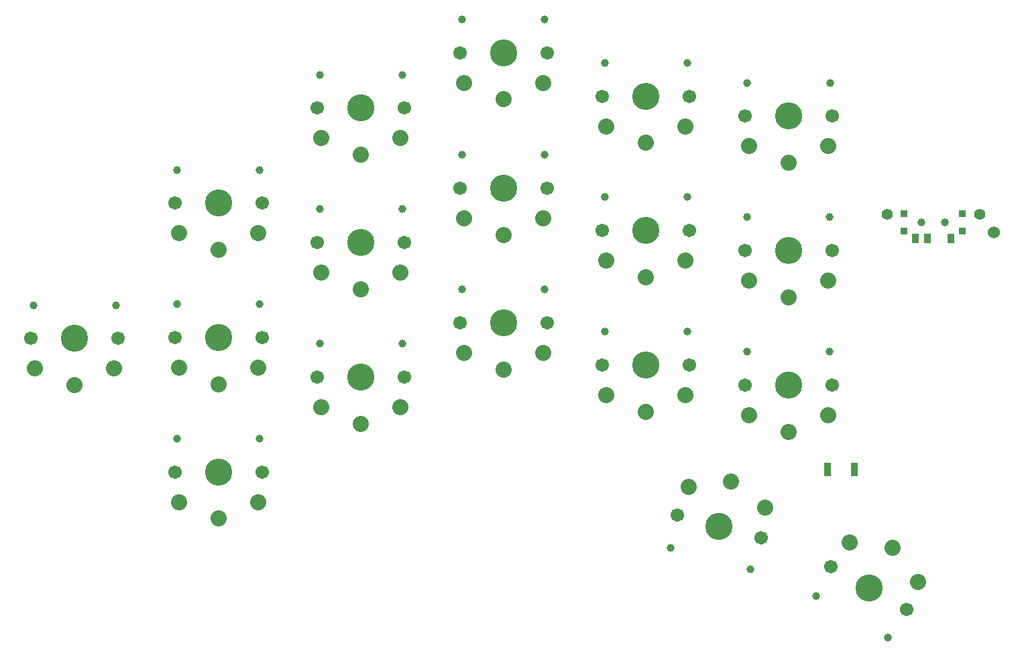
<source format=gbr>
%TF.GenerationSoftware,KiCad,Pcbnew,(6.0.5)*%
%TF.CreationDate,2022-06-20T13:52:22+01:00*%
%TF.ProjectId,Sweepy,53776565-7079-42e6-9b69-6361645f7063,rev?*%
%TF.SameCoordinates,Original*%
%TF.FileFunction,Soldermask,Top*%
%TF.FilePolarity,Negative*%
%FSLAX46Y46*%
G04 Gerber Fmt 4.6, Leading zero omitted, Abs format (unit mm)*
G04 Created by KiCad (PCBNEW (6.0.5)) date 2022-06-20 13:52:22*
%MOMM*%
%LPD*%
G01*
G04 APERTURE LIST*
%ADD10C,1.524000*%
%ADD11C,3.429000*%
%ADD12C,0.990600*%
%ADD13C,1.701800*%
%ADD14C,2.032000*%
%ADD15R,0.900000X1.700000*%
%ADD16C,1.397000*%
%ADD17C,1.000000*%
%ADD18R,0.900000X0.900000*%
%ADD19R,0.900000X1.250000*%
G04 APERTURE END LIST*
D10*
%TO.C,U1*%
X145728935Y-52721212D03*
%TD*%
D11*
%TO.C,SW16*%
X83795535Y-64151212D03*
D12*
X89015535Y-59951212D03*
D13*
X89295535Y-64151212D03*
D12*
X78575535Y-59951212D03*
D13*
X78295535Y-64151212D03*
D14*
X83795535Y-70051212D03*
X88795535Y-67951212D03*
X78795535Y-67951212D03*
%TD*%
D12*
%TO.C,SW1*%
X132351078Y-103933732D03*
D11*
X129930425Y-97686425D03*
D13*
X134693565Y-100436425D03*
X125167285Y-94936425D03*
D12*
X123309772Y-98713732D03*
D14*
X132880425Y-92576875D03*
X136160552Y-96895528D03*
X127500298Y-91895528D03*
%TD*%
D12*
%TO.C,SW15*%
X71015535Y-66809212D03*
X60575535Y-66809212D03*
D11*
X65795535Y-71009212D03*
D13*
X60295535Y-71009212D03*
X71295535Y-71009212D03*
D14*
X65795535Y-76909212D03*
X70795535Y-74809212D03*
X60795535Y-74809212D03*
%TD*%
D12*
%TO.C,SW13*%
X24440425Y-61916425D03*
D13*
X35160425Y-66116425D03*
D12*
X34880425Y-61916425D03*
D13*
X24160425Y-66116425D03*
D11*
X29660425Y-66116425D03*
D14*
X29660425Y-72016425D03*
X24660425Y-69916425D03*
X34660425Y-69916425D03*
%TD*%
D13*
%TO.C,SW17*%
X96295535Y-69485212D03*
D12*
X96575535Y-65285212D03*
D11*
X101795535Y-69485212D03*
D13*
X107295535Y-69485212D03*
D12*
X107015535Y-65285212D03*
D14*
X101795535Y-75385212D03*
X96795535Y-73285212D03*
X106795535Y-73285212D03*
%TD*%
D11*
%TO.C,SW18*%
X119775535Y-72025212D03*
D12*
X124995535Y-67825212D03*
D13*
X114275535Y-72025212D03*
X125275535Y-72025212D03*
D12*
X114555535Y-67825212D03*
D14*
X119775535Y-77925212D03*
X114775535Y-75825212D03*
X124775535Y-75825212D03*
%TD*%
D11*
%TO.C,SW4*%
X83795535Y-30017212D03*
D12*
X78575535Y-25817212D03*
D13*
X89295535Y-30017212D03*
X78295535Y-30017212D03*
D12*
X89015535Y-25817212D03*
D14*
X83795535Y-35917212D03*
X88795535Y-33817212D03*
X78795535Y-33817212D03*
%TD*%
D12*
%TO.C,SW3*%
X60575535Y-32817212D03*
X71015535Y-32817212D03*
D13*
X71295535Y-37017212D03*
D11*
X65795535Y-37017212D03*
D13*
X60295535Y-37017212D03*
D14*
X65795535Y-42917212D03*
X70795535Y-40817212D03*
X60795535Y-40817212D03*
%TD*%
D11*
%TO.C,SW9*%
X65795535Y-53991212D03*
D12*
X71015535Y-49791212D03*
D13*
X71295535Y-53991212D03*
X60295535Y-53991212D03*
D12*
X60575535Y-49791212D03*
D14*
X65795535Y-59891212D03*
X60795535Y-57791212D03*
X70795535Y-57791212D03*
%TD*%
D11*
%TO.C,SW14*%
X47795535Y-83017212D03*
D13*
X53295535Y-83017212D03*
X42295535Y-83017212D03*
D12*
X42575535Y-78817212D03*
X53015535Y-78817212D03*
D14*
X47795535Y-88917212D03*
X52795535Y-86817212D03*
X42795535Y-86817212D03*
%TD*%
D11*
%TO.C,SW12*%
X119775535Y-55007212D03*
D13*
X125275535Y-55007212D03*
X114275535Y-55007212D03*
D12*
X124995535Y-50807212D03*
X114555535Y-50807212D03*
D14*
X119775535Y-60907212D03*
X124775535Y-58807212D03*
X114775535Y-58807212D03*
%TD*%
D13*
%TO.C,SW11*%
X96295535Y-52467212D03*
D11*
X101795535Y-52467212D03*
D12*
X107015535Y-48267212D03*
X96575535Y-48267212D03*
D13*
X107295535Y-52467212D03*
D14*
X101795535Y-58367212D03*
X96795535Y-56267212D03*
X106795535Y-56267212D03*
%TD*%
D13*
%TO.C,SW8*%
X42295535Y-66017212D03*
D12*
X42575535Y-61817212D03*
D13*
X53295535Y-66017212D03*
D11*
X47795535Y-66017212D03*
D12*
X53015535Y-61817212D03*
D14*
X47795535Y-71917212D03*
X42795535Y-69817212D03*
X52795535Y-69817212D03*
%TD*%
D12*
%TO.C,SW6*%
X125015535Y-33817212D03*
X114575535Y-33817212D03*
D11*
X119795535Y-38017212D03*
D13*
X125295535Y-38017212D03*
X114295535Y-38017212D03*
D14*
X119795535Y-43917212D03*
X124795535Y-41817212D03*
X114795535Y-41817212D03*
%TD*%
D13*
%TO.C,SW5*%
X96295535Y-35517212D03*
D12*
X107015535Y-31317212D03*
X96575535Y-31317212D03*
D13*
X107295535Y-35517212D03*
D11*
X101795535Y-35517212D03*
D14*
X101795535Y-41417212D03*
X96795535Y-39317212D03*
X106795535Y-39317212D03*
%TD*%
D13*
%TO.C,SW2*%
X53295535Y-49017212D03*
D12*
X42575535Y-44817212D03*
D13*
X42295535Y-49017212D03*
D11*
X47795535Y-49017212D03*
D12*
X53015535Y-44817212D03*
D14*
X47795535Y-54917212D03*
X42795535Y-52817212D03*
X52795535Y-52817212D03*
%TD*%
D15*
%TO.C,RSW1*%
X124679535Y-82693212D03*
X128079535Y-82693212D03*
%TD*%
D12*
%TO.C,SW10*%
X89015535Y-42933212D03*
D11*
X83795535Y-47133212D03*
D12*
X78575535Y-42933212D03*
D13*
X78295535Y-47133212D03*
X89295535Y-47133212D03*
D14*
X83795535Y-53033212D03*
X88795535Y-50933212D03*
X78795535Y-50933212D03*
%TD*%
D16*
%TO.C,BT_V1*%
X143905535Y-50435212D03*
%TD*%
%TO.C,BT_GND1*%
X132221535Y-50435212D03*
%TD*%
D17*
%TO.C,PWR_SW1*%
X139566802Y-51454137D03*
X136566802Y-51454137D03*
D18*
X141766802Y-52554137D03*
X134366802Y-52554137D03*
X141766802Y-50354137D03*
X134366802Y-50354137D03*
D19*
X140316802Y-53529137D03*
X137316802Y-53529137D03*
X135816802Y-53529137D03*
%TD*%
D13*
%TO.C,SW7*%
X105707833Y-88472920D03*
D12*
X114975518Y-95304349D03*
D13*
X116333017Y-91319930D03*
D12*
X104891252Y-92602278D03*
D11*
X111020425Y-89896425D03*
D14*
X112547457Y-84197463D03*
X107174308Y-84931812D03*
X116833567Y-87520002D03*
%TD*%
D17*
%TO.C,PWR_SW1*%
X139563535Y-51451212D03*
X136563535Y-51451212D03*
%TD*%
M02*

</source>
